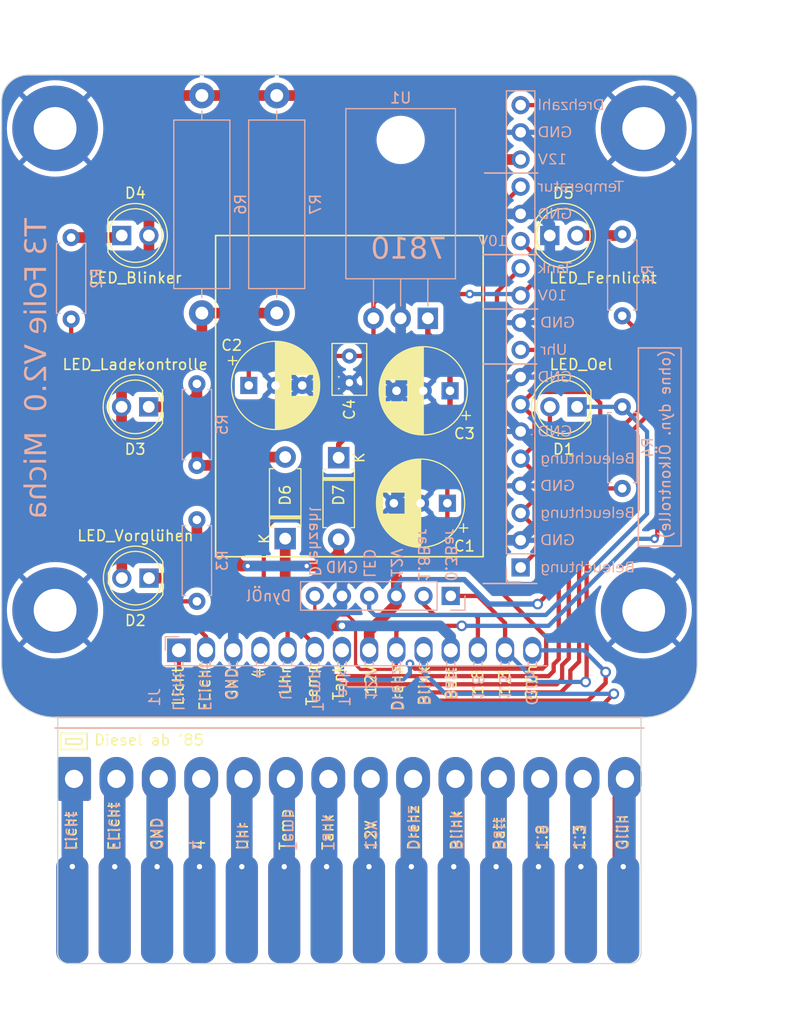
<source format=kicad_pcb>
(kicad_pcb (version 20221018) (generator pcbnew)
  (layers (0 "F.Cu" signal) (31 "B.Cu" signal) (34 "B.Paste" user) (35 "F.Paste" user) (36 "B.SilkS" user "B.Silkscreen") (37 "F.SilkS" user "F.Silkscreen") (38 "B.Mask" user) (39 "F.Mask" user) (44 "Edge.Cuts" user))
  (net 0 "")
  (net 1 "/Temperatur")
  (net 2 "GND")
  (net 3 "/10V")
  (net 4 "Net-(D7-K)")
  (net 5 "/Dyn_Oeldruck")
  (net 6 "/12V")
  (net 7 "Net-(D2-K)")
  (net 8 "Net-(D3-K)")
  (net 9 "Net-(D4-K)")
  (net 10 "Net-(D5-A)")
  (net 11 "/Ladekontrolle")
  (net 12 "Net-(D6-A)")
  (net 13 "/Beleuchtung")
  (net 14 "/Fernlicht")
  (net 15 "/Uhr")
  (net 16 "/Tank")
  (net 17 "/Drehzahl")
  (net 18 "/Blinker")
  (net 19 "/1.8_Bar")
  (net 20 "/0.3_Bar")
  (net 21 "/Vorglühen")
  (net 22 "/pin4")
  (footprint "Capacitor_THT:CP_Radial_D8.0mm_P5.00mm" (layer "F.Cu") (at 233.097349 54)
    (fp_text reference "C2")
    (fp_text value "35u")
  )
  (footprint "Capacitor_THT:CP_Radial_D8.0mm_P5.00mm" (layer "F.Cu") (at 251.902651 54.5 180)
    (fp_text reference "C3")
    (fp_text value "35u")
  )
  (footprint "MountingHole:MountingHole_4mm_Pad" (layer "F.Cu") (at 270 75)
    (fp_text reference "H3" hide)
    (fp_text value "MountingHole")
  )
  (footprint "Connector_Molex:Molex_KK-396_A-41791-0014_1x14_P3.96mm_Vertical" (layer "F.Cu") (at 216.61 102.75)
    (fp_text reference "J2" hide)
    (fp_text value "Lötpunkte")
  )
  (footprint "LED_THT:LED_D5.0mm" (layer "F.Cu") (at 223.775 72 180)
    (fp_text reference "D2")
    (fp_text value "LED_Vorglühen")
  )
  (footprint "MountingHole:MountingHole_4mm_Pad" (layer "F.Cu") (at 270 30)
    (fp_text reference "H1" hide)
    (fp_text value "MountingHole")
  )
  (footprint "Connector_Molex:Molex_KK-396_A-41791-0014_1x14_P3.96mm_Vertical" (layer "F.Cu") (at 216.77 90.75)
    (fp_text reference "J3" hide)
    (fp_text value "Platinenkontakte")
  )
  (footprint "LED_THT:LED_D5.0mm" (layer "F.Cu") (at 261.225 40)
    (fp_text reference "D5")
    (fp_text value "LED_Fernlicht")
  )
  (footprint "Capacitor_THT:C_Rect_L4.6mm_W3.0mm_P2.50mm_MKS02_FKP02" (layer "F.Cu") (at 242.5 51.25 -90)
    (fp_text reference "C4")
    (fp_text value "100n")
  )
  (footprint "MountingHole:MountingHole_4mm_Pad" (layer "F.Cu") (at 215 30)
    (fp_text reference "H2" hide)
    (fp_text value "MountingHole")
  )
  (footprint "Capacitor_THT:CP_Radial_D8.0mm_P5.00mm" (layer "F.Cu") (at 251.652651 65 180)
    (fp_text reference "C1")
    (fp_text value "2,2u")
  )
  (footprint "MountingHole:MountingHole_4mm_Pad" (layer "F.Cu") (at 215 75)
    (fp_text reference "H4" hide)
    (fp_text value "MountingHole")
  )
  (footprint "Diode_THT:D_A-405_P7.62mm_Horizontal" (layer "F.Cu") (at 241.5 60.75 -90)
    (fp_text reference "D7")
    (fp_text value "1N4007")
  )
  (footprint "LED_THT:LED_D5.0mm" (layer "F.Cu") (at 221.225 40)
    (fp_text reference "D4")
    (fp_text value "LED_Blinker")
  )
  (footprint "LED_THT:LED_D5.0mm" (layer "F.Cu") (at 223.75 56 180)
    (fp_text reference "D3")
    (fp_text value "LED_Ladekontrolle")
  )
  (footprint "Diode_THT:D_A-405_P7.62mm_Horizontal" (layer "F.Cu") (at 236.5 68.31 90)
    (fp_text reference "D6")
    (fp_text value "1N4007")
  )
  (footprint "LED_THT:LED_D5.0mm" (layer "F.Cu") (at 263.775 56 180)
    (fp_text reference "D1")
    (fp_text value "LED_Oel")
  )
  (footprint "Resistor_THT:R_Axial_DIN0207_L6.3mm_D2.5mm_P7.62mm_Horizontal" (layer "B.Cu") (at 268 47.5 90)
    (fp_text reference "R1")
    (fp_text value "R")
  )
  (footprint "Resistor_THT:R_Axial_DIN0516_L15.5mm_D5.0mm_P20.32mm_Horizontal" (layer "B.Cu") (at 228.712 47.244 90)
    (fp_text reference "R6")
    (fp_text value "R120 2W")
  )
  (footprint "Resistor_THT:R_Axial_DIN0207_L6.3mm_D2.5mm_P7.62mm_Horizontal" (layer "B.Cu") (at 216.5 47.81 90)
    (fp_text reference "R2")
    (fp_text value "R")
  )
  (footprint "Connector_PinHeader_2.54mm:PinHeader_1x06_P2.54mm_Vertical" (layer "B.Cu") (at 251.968 73.66 90)
    (fp_text reference "J5" hide)
    (fp_text value "DynÖl")
  )
  (footprint "Resistor_THT:R_Axial_DIN0207_L6.3mm_D2.5mm_P7.62mm_Horizontal" (layer "B.Cu") (at 268 63.62 90)
    (fp_text reference locked "R4")
    (fp_text value "R")
  )
  (footprint "Connector_PinHeader_2.54mm:PinHeader_1x14_P2.54mm_Horizontal" (layer "B.Cu") (at 226.568 78.74 -90)
    (fp_text reference "J1")
    (fp_text value "Lötpunkte")
  )
  (footprint "Resistor_THT:R_Axial_DIN0516_L15.5mm_D5.0mm_P20.32mm_Horizontal" (layer "B.Cu") (at 235.712 47.244 90)
    (fp_text reference "R7")
    (fp_text value "R120 2W")
  )
  (footprint "Package_TO_SOT_THT:TO-220-3_Horizontal_TabDown" (layer "B.Cu") (at 249.83 47.73 180)
    (fp_text reference "U1")
    (fp_text value "LM7810_TO220")
  )
  (footprint "Resistor_THT:R_Axial_DIN0207_L6.3mm_D2.5mm_P7.62mm_Horizontal" (layer "B.Cu") (at 228.25 74.168 90)
    (fp_text reference "R3")
    (fp_text value "R")
  )
  (footprint "Resistor_THT:R_Axial_DIN0207_L6.3mm_D2.5mm_P7.62mm_Horizontal" (layer "B.Cu") (at 228.25 61.468 90)
    (fp_text reference "R5")
    (fp_text value "R")
  )
  (footprint "Connector_PinHeader_2.54mm:PinHeader_1x18_P2.54mm_Vertical" (layer "B.Cu") (at 258.5 71)
    (fp_text reference "J4")
    (fp_text value "Conn_01x18")
  )
  (gr_line (start 260.096 41.783) (end 255.016 41.783) (stroke (width 0.15)) (layer "B.SilkS"))
  (gr_line (start 260 72.5) (end 255 72.5) (stroke (width 0.15)) (layer "B.SilkS"))
  (gr_line (start 260 52) (end 255 52) (stroke (width 0.15)) (layer "B.SilkS"))
  (gr_line (start 215 85) (end 270 85) (stroke (width 0.15)) (layer "B.SilkS"))
  (gr_line (start 260.096 34.163) (end 255.143 34.163) (stroke (width 0.15)) (layer "B.SilkS"))
  (gr_line (start 260.096 46.863) (end 255.016 46.863) (stroke (width 0.15)) (layer "B.SilkS"))
  (gr_rect (start 269.5 50.5) (end 273.5 69) (stroke (width 0.15)) (fill none) (layer "B.SilkS"))
  (gr_line (start 215 86) (end 270 86) (stroke (width 0.15)) (layer "B.SilkS"))
  (gr_line (start 215 86) (end 270 86) (stroke (width 0.15)) (layer "F.SilkS"))
  (gr_line locked (start 230 40) (end 255 40) (stroke (width 0.15)) (layer "F.SilkS"))
  (gr_line locked (start 255 70) (end 230 70) (stroke (width 0.15)) (layer "F.SilkS"))
  (gr_rect (start 215.5 86.5) (end 218 88) (stroke (width 0.15)) (fill none) (layer "F.SilkS"))
  (gr_line locked (start 255 40) (end 255 70) (stroke (width 0.15)) (layer "F.SilkS"))
  (gr_rect (start 216 87) (end 217.5 87.5) (stroke (width 0.15)) (fill none) (layer "F.SilkS"))
  (gr_line locked (start 230 70) (end 230 40) (stroke (width 0.15)) (layer "F.SilkS"))
  (gr_line (start 215 85) (end 270 85) (stroke (width 0.15)) (layer "F.SilkS"))
  (gr_line (start 275 27.5) (end 275 80) (stroke (width 0.1)) (layer "Edge.Cuts"))
  (gr_line (start 270 25) (end 272.5 25) (stroke (width 0.1)) (layer "Edge.Cuts"))
  (gr_arc (start 216.25 108) (mid 215.542893 107.707107) (end 215.25 107) (stroke (width 0.1)) (layer "Edge.Cuts"))
  (gr_line (start 269.75 107) (end 269.75 85) (stroke (width 0.1)) (layer "Edge.Cuts"))
  (gr_line (start 268.75 108) (end 216.25 108) (stroke (width 0.1)) (layer "Edge.Cuts"))
  (gr_arc (start 272.5 25) (mid 274.267767 25.732233) (end 275 27.5) (stroke (width 0.1)) (layer "Edge.Cuts"))
  (gr_arc (start 269.75 107) (mid 269.457107 107.707107) (end 268.75 108) (stroke (width 0.1)) (layer "Edge.Cuts"))
  (gr_line (start 210 80) (end 210 27.5) (stroke (width 0.1)) (layer "Edge.Cuts"))
  (gr_line (start 215.25 85) (end 215.25 107) (stroke (width 0.1)) (layer "Edge.Cuts"))
  (gr_arc (start 210 27.5) (mid 210.732233 25.732233) (end 212.5 25) (stroke (width 0.1)) (layer "Edge.Cuts"))
  (gr_line (start 212.5 25) (end 270 25) (stroke (width 0.1)) (layer "Edge.Cuts"))
  (gr_line (start 269.75 85) (end 270 85) (stroke (width 0.1)) (layer "Edge.Cuts"))
  (gr_arc (start 215 85) (mid 211.464466 83.535534) (end 210 80) (stroke (width 0.1)) (layer "Edge.Cuts"))
  (gr_line (start 215.25 85) (end 215 85) (stroke (width 0.1)) (layer "Edge.Cuts"))
  (gr_arc (start 275 80) (mid 273.535534 83.535534) (end 270 85) (stroke (width 0.1)) (layer "Edge.Cuts"))
  (gr_text "Blink" (at 249.5 84 -90) (layer "B.SilkS") (effects (font (size 1 1)) (justify left mirror)))
  (gr_text "GND" (at 260.096 58.928) (layer "B.SilkS") (effects (font (size 1 1)) (justify right bottom mirror)))
  (gr_text "GND" (at 224.5 97.5 -90) (layer "B.SilkS") (effects (font (size 1 1)) (justify left mirror)))
  (gr_text "1.3\n" (at 257 83.5 -90) (layer "B.SilkS") (effects (font (size 1 1)) (justify left mirror)))
  (gr_text "1.8" (at 254.5 83.5 -90) (layer "B.SilkS") (effects (font (size 1 1)) (justify left mirror)))
  (gr_text "1.8Bar" (at 249.428 69.85 270) (layer "B.SilkS") (effects (font (size 1 1)) (justify mirror)))
  (gr_text "Uhr" (at 236.5 83.5 -90) (layer "B.SilkS") (effects (font (size 1 1)) (justify left mirror)))
  (gr_text "Beleuchtung" (at 260.35 66.548) (layer "B.SilkS") (effects (font (size 1 1)) (justify right bottom mirror)))
  (gr_text "Drehzahl" (at 260.096 28.448) (layer "B.SilkS") (effects (font (size 1 1)) (justify right bottom mirror)))
  (gr_text "Drehz" (at 247 84.5 -90) (layer "B.SilkS") (effects (font (size 1 1)) (justify left mirror)))
  (gr_text "7810" (at 244.5 42.5) (layer "B.SilkS") (effects (font (size 2 2)) (justify right bottom mirror)))
  (gr_text "4" (at 234 81.5 -90) (layer "B.SilkS") (effects (font (size 1 1)) (justify left mirror)))
  (gr_text "12V" (at 246.888 70.612 270) (layer "B.SilkS") (effects (font (size 1 1)) (justify mirror)))
  (gr_text "Tank" (at 260.096 43.688) (layer "B.SilkS") (effects (font (size 1 1)) (justify right bottom mirror)))
  (gr_text "Glüh" (at 259.5 84 -90) (layer "B.SilkS") (effects (font (size 1 1)) (justify left mirror)))
  (gr_text "Licht" (at 226.5 84.5 -90) (layer "B.SilkS") (effects (font (size 1 1)) (justify left mirror)))
  (gr_text "Temp" (at 237 97.5 -90) (layer "B.SilkS") (effects (font (size 1 1)) (justify left mirror)))
  (gr_text "1.8" (at 260.5 97.5 -90) (layer "B.SilkS") (effects (font (size 1 1)) (justify left mirror)))
  (gr_text "Batt" (at 256.5 97.5 -90) (layer "B.SilkS") (effects (font (size 1 1)) (justify left mirror)))
  (gr_text "10V" (at 260.096 46.228) (layer "B.SilkS") (effects (font (size 1 1)) (justify right bottom mirror)))
  (gr_text "GND" (at 260.35 64.008) (layer "B.SilkS") (effects (font (size 1 1)) (justify right bottom mirror)))
  (gr_text "1.3\n" (at 264 97.5 -90) (layer "B.SilkS") (effects (font (size 1 1)) (justify left mirror)))
  (gr_text "12V" (at 244.5 83.5 -90) (layer "B.SilkS") (effects (font (size 1 1)) (justify left mirror)))
  (gr_text "GND" (at 231.5 83.5 -90) (layer "B.SilkS") (effects (font (size 1 1)) (justify left mirror)))
  (gr_text "10V" (at 254.508 41.148) (layer "B.SilkS") (effects (font (size 1 1)) (justify right bottom mirror)))
  (gr_text "Temperatur" (at 260.096 36.068) (layer "B.SilkS") (effects (font (size 1 1)) (justify right bottom mirror)))
  (gr_text "GND" (at 260.096 38.608) (layer "B.SilkS") (effects (font (size 1 1)) (justify right bottom mirror)))
  (gr_text "Temp" (at 239.5 84.5 -90) (layer "B.SilkS") (effects (font (size 1 1)) (justify left mirror)))
  (gr_text "GND" (at 260.35 69.088) (layer "B.SilkS") (effects (font (size 1 1)) (justify right bottom mirror)))
  (gr_text "4" (at 228 97.5 -90) (layer "B.SilkS") (effects (font (size 1 1)) (justify left mirror)))
  (gr_text "GND" (at 260.35 48.768) (layer "B.SilkS") (effects (font (size 1 1)) (justify right bottom mirror)))
  (gr_text "GND" (at 260.096 30.988) (layer "B.SilkS") (effects (font (size 1 1)) (justify right bottom mirror)))
  (gr_text "0.3Bar" (at 251.968 69.85 270) (layer "B.SilkS") (effects (font (size 1 1)) (justify mirror)))
  (gr_text "FLicht" (at 220.5 97.5 -90) (layer "B.SilkS") (effects (font (size 1 1)) (justify left mirror)))
  (gr_text "Drehzahl" (at 239.268 68.58 270) (layer "B.SilkS") (effects (font (size 1 1)) (justify mirror)))
  (gr_text "FLicht" (at 229 84.5 -90) (layer "B.SilkS") (effects (font (size 1 1)) (justify left mirror)))
  (gr_text "Tank" (at 240.5 97.5 -90) (layer "B.SilkS") (effects (font (size 1 1)) (justify left mirror)))
  (gr_text "(ohne dyn. Ölkontrolle)" (at 272 59.5 90) (layer "B.SilkS") (effects (font (size 1 1)) (justify mirror)))
  (gr_text "Blink" (at 252.5 97.5 -90) (layer "B.SilkS") (effects (font (size 1 1)) (justify left mirror)))
  (gr_text "T3 Folie V2.0  Micha" (at 214.5 66.5 90) (layer "B.SilkS") (effects (font (size 2 2)) (justify right bottom mirror)))
  (gr_text "Beleuchtung" (at 260.35 71.628) (layer "B.SilkS") (effects (font (size 1 1)) (justify right bottom mirror)))
  (gr_text "GND" (at 260.096 53.848) (layer "B.SilkS") (effects (font (size 1 1)) (justify right bottom mirror)))
  (gr_text "LED" (at 244.348 70.612 270) (layer "B.SilkS") (effects (font (size 1 1)) (justify mirror)))
  (gr_text "Glüh" (at 268 97.5 -90) (layer "B.SilkS") (effects (font (size 1 1)) (justify left mirror)))
  (gr_text "Licht" (at 216.5 97.5 -90) (layer "B.SilkS") (effects (font (size 1 1)) (justify left mirror)))
  (gr_text "GND" (at 241.808 71) (layer "B.SilkS") (effects (font (size 1 1)) (justify mirror)))
  (gr_text "12V" (at 244.5 97.5 -90) (layer "B.SilkS") (effects (font (size 1 1)) (justify left mirror)))
  (gr_text "Beleuchtung" (at 260.35 61.468) (layer "B.SilkS") (effects (font (size 1 1)) (justify right bottom mirror)))
  (gr_text "Uhr" (at 260.35 51.308) (layer "B.SilkS") (effects (font (size 1 1)) (justify right bottom mirror)))
  (gr_text "Uhr" (at 232.5 97.5 -90) (layer "B.SilkS") (effects (font (size 1 1)) (justify left mirror)))
  (gr_text "Drehz" (at 248.5 97.5 -90) (layer "B.SilkS") (effects (font (size 1 1)) (justify left mirror)))
  (gr_text "12V" (at 260.096 33.528) (layer "B.SilkS") (effects (font (size 1 1)) (justify right bottom mirror)))
  (gr_text "Batt" (at 252 83.5 -90) (layer "B.SilkS") (effects (font (size 1 1)) (justify left mirror)))
  (gr_text "Tank" (at 242 84 -90) (layer "B.SilkS") (effects (font (size 1 1)) (justify left mirror)))
  (gr_text "FLicht" (at 229 84.5 90) (layer "F.SilkS") (effects (font (size 1 1)) (justify left)))
  (gr_text "12V" (at 244.5 83 90) (layer "F.SilkS") (effects (font (size 1 1)) (justify left)))
  (gr_text "Batt" (at 252 83.5 90) (layer "F.SilkS") (effects (font (size 1 1)) (justify left)))
  (gr_text "Temp" (at 236.5 97.5 90) (layer "F.SilkS") (effects (font (size 1 1)) (justify left)))
  (gr_text "4" (at 234 81.5 90) (layer "F.SilkS") (effects (font (size 1 1)) (justify left)))
  (gr_text "Uhr" (at 232.5 97.5 90) (layer "F.SilkS") (effects (font (size 1 1)) (justify left)))
  (gr_text "Diesel ab '85" (at 223.774 87.122) (layer "F.SilkS") (effects (font (size 1 1))))
  (gr_text "1.3\n" (at 264 97.5 90) (layer "F.SilkS") (effects (font (size 1 1)) (justify left)))
  (gr_text "1.8" (at 260.5 97.5 90) (layer "F.SilkS") (effects (font (size 1 1)) (justify left)))
  (gr_text "Licht" (at 226.5 84 90) (layer "F.SilkS") (effects (font (size 1 1)) (justify left)))
  (gr_text "1.8" (at 254.5 83 90) (layer "F.SilkS") (effects (font (size 1 1)) (justify left)))
  (gr_text "Blink" (at 252.5 97.5 90) (layer "F.SilkS") (effects (font (size 1 1)) (justify left)))
  (gr_text "Glüh" (at 259.5 83.5 90) (layer "F.SilkS") (effects (font (size 1 1)) (justify left)))
  (gr_text "Drehz" (at 247 84.5 90) (layer "F.SilkS") (effects (font (size 1 1)) (justify left)))
  (gr_text "GND" (at 224.5 97.5 90) (layer "F.SilkS") (effects (font (size 1 1)) (justify left)))
  (gr_text "Tank" (at 241.5 83.5 90) (layer "F.SilkS") (effects (font (size 1 1)) (justify left)))
  (gr_text "Batt" (at 256.5 97.5 90) (layer "F.SilkS") (effects (font (size 1 1)) (justify left)))
  (gr_text "FLicht" (at 220.5 97.536 90) (layer "F.SilkS") (effects (font (size 1 1)) (justify left)))
  (gr_text "GND" (at 231.5 83.5 90) (layer "F.SilkS") (effects (font (size 1 1)) (justify left)))
  (gr_text "Blink" (at 249.5 84 90) (layer "F.SilkS") (effects (font (size 1 1)) (justify left)))
  (gr_text "Drehz" (at 248.5 97.5 90) (layer "F.SilkS") (effects (font (size 1 1)) (justify left)))
  (gr_text "12V" (at 244.5 97.5 90) (layer "F.SilkS") (effects (font (size 1 1)) (justify left)))
  (gr_text "Tank" (at 240.5 97.5 90) (layer "F.SilkS") (effects (font (size 1 1)) (justify left)))
  (gr_text "Glüh" (at 268 97.5 90) (layer "F.SilkS") (effects (font (size 1 1)) (justify left)))
  (gr_text "Temp" (at 239 84 90) (layer "F.SilkS") (effects (font (size 1 1)) (justify left)))
  (gr_text "Licht" (at 216.5 97.536 90) (layer "F.SilkS") (effects (font (size 1 1)) (justify left)))
  (gr_text "Uhr" (at 236.5 83 90) (layer "F.SilkS") (effects (font (size 1 1)) (justify left)))
  (gr_text "4" (at 228.5 97.5 90) (layer "F.SilkS") (effects (font (size 1 1)) (justify left)))
  (gr_text "1.3\n" (at 257 83 90) (layer "F.SilkS") (effects (font (size 1 1)) (justify left)))
  (segment (start 243.84 66.04) (end 245.024651 67.224651) (width 0.4) (layer "F.Cu") (net 1))
  (segment (start 255 38.94) (end 255 60) (width 0.4) (layer "F.Cu") (net 1))
  (segment (start 234.5 73.49005) (end 234.5 67.5) (width 0.4) (layer "F.Cu") (net 1))
  (segment (start 236.22 66.04) (end 236.5 66.04) (width 0.4) (layer "F.Cu") (net 1))
  (segment (start 251.652651 63.347349) (end 251.652651 65) (width 0.4) (layer "F.Cu") (net 1))
  (segment (start 255 60) (end 251.652651 63.347349) (width 0.4) (layer "F.Cu") (net 1))
  (segment (start 236.5 66.04) (end 243.84 66.04) (width 0.4) (layer "F.Cu") (net 1))
  (segment (start 235.97 66.04) (end 236.22 66.04) (width 0.4) (layer "F.Cu") (net 1))
  (segment (start 236.41 98.95) (end 236.41 90.91) (width 2) (layer "F.Cu") (net 1))
  (segment (start 234.5 67.5) (end 235.96 66.04) (width 0.4) (layer "F.Cu") (net 1))
  (segment (start 250.775349 67.224651) (end 251.652651 66.347349) (width 0.4) (layer "F.Cu") (net 1))
  (segment (start 234.5 73.49005) (end 239.268 78.25805) (width 0.4) (layer "F.Cu") (net 1))
  (segment (start 251.652651 66.347349) (end 251.652651 65) (width 0.4) (layer "F.Cu") (net 1))
  (segment (start 235.96 66.04) (end 236.5 66.04) (width 0.4) (layer "F.Cu") (net 1))
  (segment (start 255 38.94) (end 258.5 35.44) (width 0.4) (layer "F.Cu") (net 1))
  (segment (start 245.024651 67.224651) (end 250.775349 67.224651) (width 0.4) (layer "F.Cu") (net 1))
  (segment (start 236.41 98.95) (end 236.41 90.91) (width 2) (layer "B.Cu") (net 1))
  (segment (start 224.53 98.95) (end 224.53 90.91) (width 2) (layer "F.Cu") (net 2))
  (segment (start 246.902651 54.5) (end 249.402651 54.5) (width 1) (layer "B.Cu") (net 2))
  (segment (start 224.53 98.95) (end 224.53 90.91) (width 2) (layer "B.Cu") (net 2))
  (segment (start 247.29 44.81) (end 247.29 47.73) (width 1) (layer "B.Cu") (net 2))
  (segment (start 231.648 76.962) (end 231.648 78.74) (width 1) (layer "B.Cu") (net 2))
  (segment (start 254.12 37.98) (end 247.29 44.81) (width 1) (layer "B.Cu") (net 2))
  (segment (start 260.096 59.896) (end 258.5 58.3) (width 1) (layer "B.Cu") (net 2))
  (segment (start 258.5 37.98) (end 254.12 37.98) (width 1) (layer "B.Cu") (net 2))
  (segment (start 238.097349 54) (end 235.597349 54) (width 1) (layer "B.Cu") (net 2))
  (segment (start 258.5 68.46) (end 250.112651 68.46) (width 1) (layer "B.Cu") (net 2))
  (segment (start 260.604 35.876) (end 260.604 32.464) (width 1) (layer "B.Cu") (net 2))
  (segment (start 258.5 48.14) (end 260.858 45.782) (width 1) (layer "B.Cu") (net 2))
  (segment (start 256.54 55.18) (end 258.5 53.22) (width 1) (layer "B.Cu") (net 2))
  (segment (start 260.35 51.37) (end 260.35 49.99) (width 1) (layer "B.Cu") (net 2))
  (segment (start 250.112651 68.46) (end 246.652651 65) (width 1) (layer "B.Cu") (net 2))
  (segment (start 258.5 53.22) (end 260.35 51.37) (width 1) (layer "B.Cu") (net 2))
  (segment (start 232.156 76.454) (end 231.648 76.962) (width 1) (layer "B.Cu") (net 2))
  (segment (start 240.28 53.75) (end 240.03 54) (width 1) (layer "B.Cu") (net 2))
  (segment (start 258.5 63.38) (end 260.096 61.784) (width 1) (layer "B.Cu") (net 2))
  (segment (start 237.998 76.454) (end 240.03 76.454) (width 1) (layer "B.Cu") (net 2))
  (segment (start 241.808 74.676) (end 241.808 73.66) (width 1) (layer "B.Cu") (net 2))
  (segment (start 240.03 76.454) (end 241.808 74.676) (width 1) (layer "B.Cu") (net 2))
  (segment (start 256.54 56.34) (end 256.54 55.18) (width 1) (layer "B.Cu") (net 2))
  (segment (start 246.652651 65) (end 249.152651 65) (width 1) (layer "B.Cu") (net 2))
  (segment (start 247.29 54.112651) (end 246.902651 54.5) (width 1) (layer "B.Cu") (net 2))
  (segment (start 246.902651 54.5) (end 246.902651 64.75) (width 1) (layer "B.Cu") (net 2))
  (segment (start 232.156 76.454) (end 237.998 76.454) (width 1) (layer "B.Cu") (net 2))
  (segment (start 243.25 54.5) (end 242.5 53.75) (width 1) (layer "B.Cu") (net 2))
  (segment (start 246.902651 54.5) (end 243.25 54.5) (width 1) (layer "B.Cu") (net 2))
  (segment (start 240.03 54) (end 238.097349 54) (width 1) (layer "B.Cu") (net 2))
  (segment (start 246.652651 65) (end 246.652651 67.545349) (width 1) (layer "B.Cu") (net 2))
  (segment (start 260.604 32.464) (end 258.5 30.36) (width 1) (layer "B.Cu") (net 2))
  (segment (start 241.808 72.39) (end 241.808 73.66) (width 1) (layer "B.Cu") (net 2))
  (segment (start 242.5 53.75) (end 240.28 53.75) (width 1) (layer "B.Cu") (net 2))
  (segment (start 258.5 68.46) (end 260.096 66.864) (width 1) (layer "B.Cu") (net 2))
  (segment (start 261.225 44.845) (end 261.225 40) (width 1) (layer "B.Cu") (net 2))
  (segment (start 260.858 45.212) (end 261.225 44.845) (width 1) (layer "B.Cu") (net 2))
  (segment (start 261.225 38.975) (end 260.23 37.98) (width 1) (layer "B.Cu") (net 2))
  (segment (start 260.096 61.784) (end 260.096 59.896) (width 1) (layer "B.Cu") (net 2))
  (segment (start 260.096 66.864) (end 260.096 64.976) (width 1) (layer "B.Cu") (net 2))
  (segment (start 258.5 58.3) (end 256.54 56.34) (width 1) (layer "B.Cu") (net 2))
  (segment (start 247.29 47.73) (end 247.29 54.112651) (width 1) (layer "B.Cu") (net 2))
  (segment (start 260.858 45.782) (end 260.858 45.212) (width 1) (layer "B.Cu") (net 2))
  (segment (start 260.35 49.99) (end 258.5 48.14) (width 1) (layer "B.Cu") (net 2))
  (segment (start 258.5 37.98) (end 260.604 35.876) (width 1) (layer "B.Cu") (net 2))
  (segment (start 260.23 37.98) (end 258.5 37.98) (width 1) (layer "B.Cu") (net 2))
  (segment (start 246.652651 67.545349) (end 241.808 72.39) (width 1) (layer "B.Cu") (net 2))
  (segment (start 260.096 64.976) (end 258.5 63.38) (width 1) (layer "B.Cu") (net 2))
  (segment (start 246.902651 64.75) (end 246.652651 65) (width 1) (layer "B.Cu") (net 2))
  (segment (start 261.225 40) (end 261.225 38.975) (width 1) (layer "B.Cu") (net 2))
  (segment (start 260.05 44.05) (end 260.05 42.07) (width 0.4) (layer "F.Cu") (net 3))
  (segment (start 234.246 51.25) (end 242.5 51.25) (width 0.4) (layer "F.Cu") (net 3))
  (segment (start 244.75 47.73) (end 244.75 46.334) (width 0.4) (layer "F.Cu") (net 3))
  (segment (start 244.75 46.334) (end 245.618 45.466) (width 0.4) (layer "F.Cu") (net 3))
  (segment (start 243.644 51.25) (end 242.5 51.25) (width 0.4) (layer "F.Cu") (net 3))
  (segment (start 258.5 45.6) (end 260.05 44.05) (width 0.4) (layer "F.Cu") (net 3))
  (segment (start 245.618 45.466) (end 253.746 45.466) (width 0.4) (layer "F.Cu") (net 3))
  (segment (start 233.097349 52.398651) (end 234.246 51.25) (width 0.4) (layer "F.Cu") (net 3))
  (segment (start 260.05 42.07) (end 258.5 40.52) (width 0.4) (layer "F.Cu") (net 3))
  (segment (start 244.75 50.144) (end 243.644 51.25) (width 0.4) (layer "F.Cu") (net 3))
  (segment (start 233.097349 54) (end 233.097349 52.398651) (width 0.4) (layer "F.Cu") (net 3))
  (segment (start 244.75 47.73) (end 244.75 50.144) (width 0.4) (layer "F.Cu") (net 3))
  (via (at 253.746 45.466) (size 0.8) (drill 0.4) (layers "F.Cu" "B.Cu") (net 3))
  (segment (start 253.746 45.466) (end 258.366 45.466) (width 0.4) (layer "B.Cu") (net 3))
  (segment (start 242.316 58.674) (end 249.174 58.674) (width 0.5) (layer "F.Cu") (net 4))
  (segment (start 249.83 47.73) (end 249.83 49.17) (width 0.5) (layer "F.Cu") (net 4))
  (segment (start 249.83 49.17) (end 251.902651 51.242651) (width 0.5) (layer "F.Cu") (net 4))
  (segment (start 241.5 59.49) (end 242.316 58.674) (width 0.5) (layer "F.Cu") (net 4))
  (segment (start 249.174 58.674) (end 251.902651 55.945349) (width 0.5) (layer "F.Cu") (net 4))
  (segment (start 241.5 60.75) (end 241.5 59.49) (width 0.5) (layer "F.Cu") (net 4))
  (segment (start 251.902651 51.242651) (end 251.902651 54.5) (width 0.5) (layer "F.Cu") (net 4))
  (segment (start 251.902651 55.945349) (end 251.902651 54.5) (width 0.5) (layer "F.Cu") (net 4))
  (segment (start 268 56) (end 270.318 58.318) (width 0.4) (layer "B.Cu") (net 5))
  (segment (start 260.858 75.438) (end 270.318 65.978) (width 0.4) (layer "B.Cu") (net 5))
  (segment (start 244.348 74.93) (end 244.856 75.438) (width 0.4) (layer "B.Cu") (net 5))
  (segment (start 263.775 56) (end 268 56) (width 0.4) (layer "B.Cu") (net 5))
  (segment (start 244.856 75.438) (end 260.858 75.438) (width 0.4) (layer "B.Cu") (net 5))
  (segment (start 244.348 73.66) (end 244.348 74.93) (width 0.4) (layer "B.Cu") (net 5))
  (segment (start 270.318 58.318) (end 270.318 58.5) (width 0.4) (layer "B.Cu") (net 5))
  (segment (start 270.318 65.978) (end 270.318 58.5) (width 0.4) (layer "B.Cu") (net 5))
  (segment (start 241.5 68.37) (end 241.5 69.65) (width 1) (layer "F.Cu") (net 6))
  (segment (start 221.21 47.522) (end 223.765 44.967) (width 1) (layer "F.Cu") (net 6))
  (segment (start 221.235 66.293) (end 223.266 64.262) (width 1) (layer "F.Cu") (net 6))
  (segment (start 229.5 64.5) (end 229.5 64.262) (width 1) (layer "F.Cu") (net 6))
  (segment (start 244.348 76.962) (end 246.888 74.422) (width 1) (layer "F.Cu") (net 6))
  (segment (start 223.266 64.262) (end 221.21 62.206) (width 1) (layer "F.Cu") (net 6))
  (segment (start 246.888 73.66) (end 246.888 71.882) (width 1) (layer "F.Cu") (net 6))
  (segment (start 235.712 26.924) (end 249.682 26.924) (width 1) (layer "F.Cu") (net 6))
  (segment (start 240.538 70.612) (end 240.284 70.866) (width 1) (layer "F.Cu") (net 6))
  (segment (start 246.888 74.422) (end 246.888 73.66) (width 1) (layer "F.Cu") (net 6))
  (segment (start 223.765 40) (end 223.765 29.981) (width 1) (layer "F.Cu") (net 6))
  (segment (start 255.658 32.9) (end 258.5 32.9) (width 1) (layer "F.Cu") (net 6))
  (segment (start 245.872 70.866) (end 242.57 70.866) (width 1) (layer "F.Cu") (net 6))
  (segment (start 221.21 56) (end 221.21 47.522) (width 1) (layer "F.Cu") (net 6))
  (segment (start 249.682 26.924) (end 255.658 32.9) (width 1) (layer "F.Cu") (net 6))
  (segment (start 228.712 26.924) (end 235.712 26.924) (width 1) (layer "F.Cu") (net 6))
  (segment (start 221.235 72) (end 221.235 66.293) (width 1) (layer "F.Cu") (net 6))
  (segment (start 229.5 64.262) (end 223.266 64.262) (width 1) (layer "F.Cu") (net 6))
  (segment (start 231.5 70) (end 231.5 66.5) (width 1) (layer "F.Cu") (net 6))
  (segment (start 223.765 29.981) (end 226.822 26.924) (width 1) (layer "F.Cu") (net 6))
  (segment (start 241.5 69.796) (end 241.5 68.37) (width 1) (layer "F.Cu") (net 6))
  (segment (start 244.348 78.74) (end 244.348 76.962) (width 1) (layer "F.Cu") (net 6))
  (segment (start 261.235 56) (end 261.235 73.283) (width 0.4) (layer "F.Cu") (net 6))
  (segment (start 246.888 71.882) (end 245.872 70.866) (width 1) (layer "F.Cu") (net 6))
  (segment (start 240.284 70.866) (end 238.506 70.866) (width 1) (layer "F.Cu") (net 6))
  (segment (start 261.235 73.283) (end 260.096 74.422) (width 0.4) (layer "F.Cu") (net 6))
  (segment (start 241.5 69.65) (end 240.538 70.612) (width 1) (layer "F.Cu") (net 6))
  (segment (start 231.5 66.5) (end 229.5 64.5) (width 1) (layer "F.Cu") (net 6))
  (segment (start 244.33 98.95) (end 244.33 90.91) (width 2) (layer "F.Cu") (net 6))
  (segment (start 233 70.866) (end 232.366 70.866) (width 1) (layer "F.Cu") (net 6))
  (segment (start 242.57 70.866) (end 241.5 69.796) (width 1) (layer "F.Cu") (net 6))
  (segment (start 221.21 62.206) (end 221.21 56) (width 1) (layer "F.Cu") (net 6))
  (segment (start 223.765 44.967) (end 223.765 40) (width 1) (layer "F.Cu") (net 6))
  (segment (start 226.822 26.924) (end 228.712 26.924) (width 1) (layer "F.Cu") (net 6))
  (segment (start 232.366 70.866) (end 231.5 70) (width 1) (layer "F.Cu") (net 6))
  (via (at 238.506 70.866) (size 0.8) (drill 0.4) (layers "F.Cu" "B.Cu") (net 6))
  (via (at 233 70.866) (size 0.8) (drill 0.4) (layers "F.Cu" "B.Cu") (net 6))
  (via (at 260.096 74.422) (size 1) (drill 0.6) (layers "F.Cu" "B.Cu") (net 6))
  (segment (start 238.506 70.866) (end 233 70.866) (width 1) (layer "B.Cu") (net 6))
  (segment (start 244.33 98.95) (end 244.33 90.91) (width 2) (layer "B.Cu") (net 6))
  (segment (start 253.238 72.136) (end 247.396 72.136) (width 0.5) (layer "B.Cu") (net 6))
  (segment (start 246.888 72.644) (end 246.888 73.66) (width 0.5) (layer "B.Cu") (net 6))
  (segment (start 260.096 74.422) (end 255.524 74.422) (width 0.5) (layer "B.Cu") (net 6))
  (segment (start 255.524 74.422) (end 253.238 72.136) (width 0.5) (layer "B.Cu") (net 6))
  (segment (start 247.396 72.136) (end 246.888 72.644) (width 0.5) (layer "B.Cu") (net 6))
  (segment (start 223.775 72) (end 226.196 72) (width 1) (layer "F.Cu") (net 7))
  (segment (start 226.196 72) (end 228.25 69.946) (width 1) (layer "F.Cu") (net 7))
  (segment (start 228.25 69.946) (end 228.25 66.548) (width 1) (layer "F.Cu") (net 7))
  (segment (start 227.21 56) (end 228.25 54.96) (width 1) (layer "F.Cu") (net 8))
  (segment (start 228.25 54.96) (end 228.25 53.848) (width 1) (layer "F.Cu") (net 8))
  (segment (start 223.75 56) (end 227.21 56) (width 1) (layer "F.Cu") (net 8))
  (segment (start 216.5 40.19) (end 221.035 40.19) (width 1) (layer "F.Cu") (net 9))
  (segment (start 263.765 40) (end 267.88 40) (width 1) (layer "F.Cu") (net 10))
  (segment (start 236.5 68.31) (end 236.5 74) (width 1) (layer "F.Cu") (net 11))
  (segment (start 236.5 74) (end 238.954 76.454) (width 1) (layer "F.Cu") (net 11))
  (segment (start 256.21 98.95) (end 256.21 90.91) (width 2) (layer "F.Cu") (net 11))
  (segment (start 238.954 76.454) (end 241.808 76.454) (width 1) (layer "F.Cu") (net 11))
  (via (at 241.808 76.454) (size 1) (drill 0.6) (layers "F.Cu" "B.Cu") (net 11))
  (segment (start 250.954 76.454) (end 241.808 76.454) (width 1) (layer "B.Cu") (net 11))
  (segment (start 256.21 98.95) (end 256.21 90.91) (width 2) (layer "B.Cu") (net 11))
  (segment (start 251.968 78.74) (end 251.968 77.468) (width 0.4) (layer "B.Cu") (net 11))
  (segment (start 251.968 77.468) (end 250.954 76.454) (width 1) (layer "B.Cu") (net 11))
  (segment (start 228.25 59.532) (end 228.25 61.468) (width 1) (layer "F.Cu") (net 12))
  (segment (start 230.378 57.404) (end 228.25 59.532) (width 1) (layer "F.Cu") (net 12))
  (segment (start 231.31 60.69) (end 236.5 60.69) (width 1) (layer "F.Cu") (net 12))
  (segment (start 228.25 61.468) (end 230.532 61.468) (width 1) (layer "F.Cu") (net 12))
  (segment (start 228.712 50.658) (end 228.712 47.244) (width 1) (layer "F.Cu") (net 12))
  (segment (start 230.378 57.404) (end 230.378 52.324) (width 1) (layer "F.Cu") (net 12))
  (segment (start 230.532 61.468) (end 231.31 60.69) (width 1) (layer "F.Cu") (net 12))
  (segment (start 235.712 47.244) (end 228.712 47.244) (width 1) (layer "F.Cu") (net 12))
  (segment (start 230.378 52.324) (end 228.712 50.658) (width 1) (layer "F.Cu") (net 12))
  (segment (start 258.5 65.92) (end 260.096 67.516) (width 0.4) (layer "F.Cu") (net 13))
  (segment (start 261.588 80.042) (end 261.588 80.677) (width 0.4) (layer "F.Cu") (net 13))
  (segment (start 265.938 58.928) (end 262.063 62.803) (width 0.4) (layer "F.Cu") (net 13))
  (segment (start 227.33 81.153) (end 226.568 80.391) (width 0.4) (layer "F.Cu") (net 13))
  (segment (start 259.8 59.54) (end 258.5 60.84) (width 0.4) (layer "F.Cu") (net 13))
  (segment (start 265.938 55.626) (end 265.938 58.928) (width 0.4) (layer "F.Cu") (net 13))
  (segment (start 262.063 62.803) (end 262.063 79.567) (width 0.4) (layer "F.Cu") (net 13))
  (segment (start 258.5 55.76) (end 259.65 54.61) (width 0.4) (layer "F.Cu") (net 13))
  (segment (start 226.568 80.391) (end 226.568 78.74) (width 0.4) (layer "F.Cu") (net 13))
  (segment (start 258.5 60.84) (end 260.096 62.436) (width 0.4) (layer "F.Cu") (net 13))
  (segment (start 259.65 54.61) (end 264.922 54.61) (width 0.4) (layer "F.Cu") (net 13))
  (segment (start 260.096 69.404) (end 258.5 71) (width 0.4) (layer "F.Cu") (net 13))
  (segment (start 260.096 62.436) (end 260.096 64.324) (width 0.4) (layer "F.Cu") (net 13))
  (segment (start 264.922 54.61) (end 265.938 55.626) (width 0.4) (layer "F.Cu") (net 13))
  (segment (start 259.8 57.06) (end 259.8 59.54) (width 0.4) (layer "F.Cu") (net 13))
  (segment (start 262.063 79.567) (end 261.588 80.042) (width 0.4) (layer "F.Cu") (net 13))
  (segment (start 260.096 67.516) (end 260.096 69.404) (width 0.4) (layer "F.Cu") (net 13))
  (segment (start 258.5 55.76) (end 259.8 57.06) (width 0.4) (layer "F.Cu") (net 13))
  (segment (start 261.588 80.677) (end 261.112 81.153) (width 0.4) (layer "F.Cu") (net 13))
  (segment (start 227.33 81.153) (end 261.112 81.153) (width 0.4) (layer "F.Cu") (net 13))
  (segment (start 260.096 64.324) (end 258.5 65.92) (width 0.4) (layer "F.Cu") (net 13))
  (segment (start 216.61 98.94) (end 216.61 90.91) (width 2) (layer "F.Cu") (net 13))
  (segment (start 216.61 98.94) (end 216.61 90.91) (width 2) (layer "B.Cu") (net 13))
  (segment (start 263 79.504999) (end 263 62.882) (width 0.4) (layer "F.Cu") (net 14))
  (segment (start 261.874 81.915) (end 225.044 81.915) (width 0.4) (layer "F.Cu") (net 14))
  (segment (start 269.494 48.994) (end 268 47.5) (width 0.4) (layer "F.Cu") (net 14))
  (segment (start 262.382 80.122999) (end 263 79.504999) (width 0.4) (layer "F.Cu") (net 14))
  (segment (start 263 62.882) (end 269.494 56.388) (width 0.4) (layer "F.Cu") (net 14))
  (segment (start 262.382 81.407) (end 261.874 81.915) (width 0.4) (layer "F.Cu") (net 14))
  (segment (start 229.108 77.47) (end 229.108 78.74) (width 0.4) (layer "F.Cu") (net 14))
  (segment (start 262.382 81.407) (end 262.382 80.122999) (width 0.4) (layer "F.Cu") (net 14))
  (segment (start 223.52 80.391) (end 223.52 78.232) (width 0.4) (layer "F.Cu") (net 14))
  (segment (start 223.52 78.232) (end 225.298 76.454) (width 0.4) (layer "F.Cu") (net 14))
  (segment (start 225.298 76.454) (end 228.092 76.454) (width 0.4) (layer "F.Cu") (net 14))
  (segment (start 225.044 81.915) (end 223.52 80.391) (width 0.4) (layer "F.Cu") (net 14))
  (segment (start 220.57 98.95) (end 220.57 90.91) (width 2) (layer "F.Cu") (net 14))
  (segment (start 269.494 56.388) (end 269.494 48.994) (width 0.4) (layer "F.Cu") (net 14))
  (segment (start 228.092 76.454) (end 229.108 77.47) (width 0.4) (layer "F.Cu") (net 14))
  (segment (start 220.57 98.95) (end 220.57 90.91) (width 2) (layer "B.Cu") (net 14))
  (segment (start 267 45.212) (end 268.986 45.212) (width 0.4) (layer "F.Cu") (net 15))
  (segment (start 236.728 76.708) (end 236.728 78.74) (width 0.4) (layer "F.Cu") (net 15))
  (segment (start 224.536 82.677) (end 222.82 80.961) (width 0.4) (layer "F.Cu") (net 15))
  (segment (start 262.255 82.677) (end 224.536 82.677) (width 0.4) (layer "F.Cu") (net 15))
  (segment (start 263.968001 79.794949) (end 263.144663 80.618287) (width 0.4) (layer "F.Cu") (net 15))
  (segment (start 263.144663 81.787337) (end 262.255 82.677) (width 0.4) (layer "F.Cu") (net 15))
  (segment (start 270.256 56.896) (end 263.968001 63.183999) (width 0.4) (layer "F.Cu") (net 15))
  (segment (start 263.968001 63.183999) (end 263.968001 79.794949) (width 0.4) (layer "F.Cu") (net 15))
  (segment (start 263.144663 80.618287) (end 263.144663 81.787337) (width 0.4) (layer "F.Cu") (net 15))
  (segment (start 268.986 45.212) (end 270.256 46.482) (width 0.4) (layer "F.Cu") (net 15))
  (segment (start 270.256 46.482) (end 270.256 56.896) (width 0.4) (layer "F.Cu") (net 15))
  (segment (start 224.754051 75.754) (end 235.774 75.754) (width 0.4) (layer "F.Cu") (net 15))
  (segment (start 232.45 98.95) (end 232.45 90.91) (width 2) (layer "F.Cu") (net 15))
  (segment (start 261.532 50.68) (end 267 45.212) (width 0.4) (layer "F.Cu") (net 15))
  (segment (start 222.82 80.961) (end 222.82 77.688051) (width 0.4) (layer "F.Cu") (net 15))
  (segment (start 235.774 75.754) (end 236.728 76.708) (width 0.4) (layer "F.Cu") (net 15))
  (segment (start 258.5 50.68) (end 261.532 50.68) (width 0.4) (layer "F.Cu") (net 15))
  (segment (start 222.82 77.688051) (end 224.754051 75.754) (width 0.4) (layer "F.Cu") (net 15))
  (segment (start 232.45 98.95) (end 232.45 90.91) (width 2) (layer "B.Cu") (net 15))
  (segment (start 248.611 80.453) (end 248.158 80) (width 0.4) (layer "F.Cu") (net 16))
  (segment (start 248.611 80.453) (end 260.542 80.453) (width 0.4) (layer "F.Cu") (net 16))
  (segment (start 256.286 45.274) (end 258.5 43.06) (width 0.4) (layer "F.Cu") (net 16))
  (segment (start 260.542 80.453) (end 260.888 80.107) (width 0.4) (layer "F.Cu") (net 16))
  (segment (start 240.37 98.95) (end 240.37 90.91) (width 2) (layer "F.Cu") (net 16))
  (segment (start 260.888 80.107) (end 260.888 77.5) (width 0.4) (layer "F.Cu") (net 16))
  (segment (start 260.888 77.5) (end 256.286 72.898) (width 0.4) (layer "F.Cu") (net 16))
  (segment (start 256.286 72.898) (end 256.286 45.274) (width 0.4) (layer "F.Cu") (net 16))
  (via (at 248.158 80) (size 0.8) (drill 0.4) (layers "F.Cu" "B.Cu") (net 16))
  (segment (start 248.158 80.842) (end 248.158 80) (width 0.4) (layer "B.Cu") (net 16))
  (segment (start 241.808 80.808) (end 242.5 81.5) (width 0.4) (layer "B.Cu") (net 16))
  (segment (start 241.808 78.74) (end 241.808 80.808) (width 0.4) (layer "B.Cu") (net 16))
  (segment (start 242.5 81.5) (end 247.5 81.5) (width 0.4) (layer "B.Cu") (net 16))
  (segment (start 247.5 81.5) (end 248.158 80.842) (width 0.4) (layer "B.Cu") (net 16))
  (segment (start 240.37 98.95) (end 240.37 90.91) (width 2) (layer "B.Cu") (net 16))
  (segment (start 258.5 27.82) (end 262.262 27.82) (width 0.4) (layer "F.Cu") (net 17))
  (segment (start 239.776 75.438) (end 242.316 75.438) (width 0.3) (layer "F.Cu") (net 17))
  (segment (start 239.268 73.66) (end 239.268 74.93) (width 0.3) (layer "F.Cu") (net 17))
  (segment (start 239.268 74.93) (end 239.776 75.438) (width 0.3) (layer "F.Cu") (net 17))
  (segment (start 246.888 76.962) (end 246.888 78.74) (width 0.4) (layer "F.Cu") (net 17))
  (segment (start 243.518 80.518) (end 246.482 80.518) (width 0.3) (layer "F.Cu") (net 17))
  (segment (start 246.888 80.112) (end 246.482 80.518) (width 0.3) (layer "F.Cu") (net 17))
  (segment (start 243.078 80.078) (end 243.518 80.518) (width 0.3) (layer "F.Cu") (net 17))
  (segment (start 271.272 37.846) (end 271.272 68.072) (width 0.4) (layer "F.Cu") (net 17))
  (segment (start 266.7 35.56) (end 268.986 35.56) (width 0.4) (layer "F.Cu") (net 17))
  (segment (start 271.272 68.072) (end 271.018 68.326) (width 0.4) (layer "F.Cu") (net 17))
  (segment (start 247.396 76.454) (end 246.888 76.962) (width 0.4) (layer "F.Cu") (net 17))
  (segment (start 246.888 78.74) (end 246.888 80.112) (width 0.3) (layer "F.Cu") (net 17))
  (segment (start 268.986 35.56) (end 271.272 37.846) (width 0.4) (layer "F.Cu") (net 17))
  (segment (start 248.29 98.95) (end 248.29 90.91) (width 2) (layer "F.Cu") (net 17))
  (segment (start 262.262 27.82) (end 264.414 29.972) (width 0.4) (layer "F.Cu") (net 17))
  (segment (start 264.414 33.274) (end 266.7 35.56) (width 0.4) (layer "F.Cu") (net 17))
  (segment (start 253 76.454) (end 247.396 76.454) (width 0.4) (layer "F.Cu") (net 17))
  (segment (start 242.316 75.438) (end 243.078 76.2) (width 0.3) (layer "F.Cu") (net 17))
  (segment (start 264.414 29.972) (end 264.414 33.274) (width 0.4) (layer "F.Cu") (net 17))
  (segment (start 243.078 76.2) (end 243.078 80.078) (width 0.3) (layer "F.Cu") (net 17))
  (via (at 271.018 68.326) (size 0.8) (drill 0.4) (layers "F.Cu" "B.Cu") (net 17))
  (via (at 253 76.454) (size 1) (drill 0.6) (layers "F.Cu" "B.Cu") (net 17))
  (segment (start 253 76.454) (end 261.112 76.454) (width 0.4) (layer "B.Cu") (net 17))
  (segment (start 261.112 76.454) (end 269.24 68.326) (width 0.4) (layer "B.Cu") (net 17))
  (segment (start 248.29 98.95) (end 248.29 90.91) (width 2) (layer "B.Cu") (net 17))
  (segment (start 269.24 68.326) (end 271.018 68.326) (width 0.4) (layer "B.Cu") (net 17))
  (segment (start 223.774 84.201) (end 265.811 84.201) (width 0.4) (layer "F.Cu") (net 18))
  (segment (start 265.811 84.201) (end 267.208 82.804) (width 0.4) (layer "F.Cu") (net 18))
  (segment (start 219.71 69.85) (end 216.5 66.64) (width 0.4) (layer "F.Cu") (net 18))
  (segment (start 219.71 80.137) (end 219.71 69.85) (width 0.4) (layer "F.Cu") (net 18))
  (segment (start 216.5 66.64) (end 216.5 47.81) (width 0.4) (layer "F.Cu") (net 18))
  (segment (start 223.774 84.201) (end 219.71 80.137) (width 0.4) (layer "F.Cu") (net 18))
  (segment (start 252.25 98.95) (end 252.25 90.91) (width 2) (layer "F.Cu") (net 18))
  (via (at 267.208 82.804) (size 1) (drill 0.6) (layers "F.Cu" "B.Cu") (net 18))
  (segment (start 252.25 98.95) (end 252.25 90.91) (width 2) (layer "B.Cu") (net 18))
  (segment (start 267.208 82.804) (end 251.46 82.804) (width 0.4) (layer "B.Cu") (net 18))
  (segment (start 251.46 82.804) (end 249.428 80.772) (width 0.4) (layer "B.Cu") (net 18))
  (segment (start 249.428 80.772) (end 249.428 78.74) (width 0.4) (layer "B.Cu") (net 18))
  (segment (start 250.444 75.438) (end 254.254 75.438) (width 0.4) (layer "F.Cu") (net 19))
  (segment (start 260.17 98.95) (end 260.17 90.91) (width 2) (layer "F.Cu") (net 19))
  (segment (start 249.428 73.66) (end 249.428 74.422) (width 0.4) (layer "F.Cu") (net 19))
  (segment (start 254.508 75.692) (end 254.508 78.74) (width 0.4) (layer "F.Cu") (net 19))
  (segment (start 254.254 75.438) (end 254.508 75.692) (width 0.4) (layer "F.Cu") (net 19))
  (segment (start 249.428 74.422) (end 250.444 75.438) (width 0.4) (layer "F.Cu") (net 19))
  (segment (start 260.17 98.95) (end 260.17 90.91) (width 2) (layer "B.Cu") (net 19))
  (segment (start 264.13 98.95) (end 264.13 90.91) (width 2) (layer "F.Cu") (net 20))
  (segment (start 264.668 81.601918) (end 264.574959 81.694959) (width 0.4) (layer "F.Cu") (net 20))
  (segment (start 254.508 73.66) (end 257.048 76.2) (width 0.4) (layer "F.Cu") (net 20))
  (segment (start 268 63.62) (end 266.326 63.62) (width 0.4) (layer "F.Cu") (net 20))
  (segment (start 264.668 65.278) (end 264.668 81.601918) (width 0.4) (layer "F.Cu") (net 20))
  (segment (start 266.326 63.62) (end 264.668 65.278) (width 0.4) (layer "F.Cu") (net 20))
  (segment (start 257.048 76.2) (end 257.048 78.74) (width 0.4) (layer "F.Cu") (net 20))
  (segment (start 251.968 73.66) (end 254.508 73.66) (width 0.4) (layer "F.Cu") (net 20))
  (via (at 264.574959 81.694959) (size 1) (drill 0.6) (layers "F.Cu" "B.Cu") (net 20))
  (segment (start 257.048 78.74) (end 260.002959 81.694959) (width 0.4) (layer "B.Cu") (net 20))
  (segment (start 264.13 98.95) (end 264.13 90.91) (width 2) (layer "B.Cu") (net 20))
  (segment (start 260.002959 81.694959) (end 264.574959 81.694959) (width 0.4) (layer "B.Cu") (net 20))
  (segment (start 228.25 74.168) (end 224.282 74.168) (width 0.4) (layer "F.Cu") (net 21))
  (segment (start 224.155 83.439) (end 264.795 83.439) (width 0.4) (layer "F.Cu") (net 21))
  (segment (start 224.282 74.168) (end 222.12 76.33) (width 0.4) (layer "F.Cu") (net 21))
  (segment (start 266.446 81.788) (end 266.446 80.772) (width 0.4) (layer "F.Cu") (net 21))
  (segment (start 222.12 76.33) (end 222.12 81.404) (width 0.4) (layer "F.Cu") (net 21))
  (segment (start 264.795 83.439) (end 266.446 81.788) (width 0.4) (layer "F.Cu") (net 21))
  (segment (start 222.12 81.404) (end 224.155 83.439) (width 0.4) (layer "F.Cu") (net 21))
  (segment (start 268.09 98.95) (end 268.09 90.91) (width 2) (layer "F.Cu") (net 21))
  (via (at 266.446 80.772) (size 1) (drill 0.6) (layers "F.Cu" "B.Cu") (net 21))
  (segment (start 266.446 80.772) (end 264.414 78.74) (width 0.4) (layer "B.Cu") (net 21))
  (segment (start 264.414 78.74) (end 259.588 78.74) (width 0.4) (layer "B.Cu") (net 21))
  (segment (start 268.25 90.75) (end 268.25 98.79) (width 2) (layer "B.Cu") (net 21))
  (segment (start 228.49 98.95) (end 228.49 90.91) (width 2) (layer "F.Cu") (net 22))
  (segment (start 228.49 98.95) (end 228.49 90.91) (width 2) (layer "B.Cu") (net 22))
  (zone (net 2) (net_name "GND") (layer "B.Cu") (connect_pads (clearance 0.5)) (min_thickness 0.25) (fill yes (thermal_gap 0.5) (thermal_bridge_width 0.5))
    (polygon (pts (xy 210 25) (xy 275 25) (xy 275 85) (xy 210 85)))
  )
)
</source>
